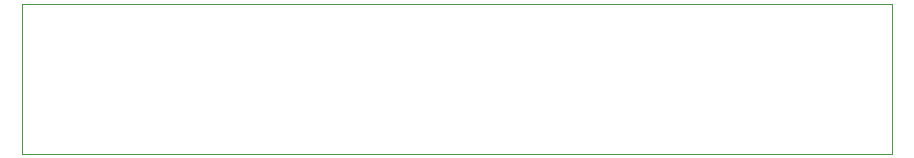
<source format=gbr>
%TF.GenerationSoftware,KiCad,Pcbnew,5.1.7-a382d34a8~88~ubuntu18.04.1*%
%TF.CreationDate,2021-04-14T12:48:07-04:00*%
%TF.ProjectId,Pressure_Switch,50726573-7375-4726-955f-537769746368,rev?*%
%TF.SameCoordinates,Original*%
%TF.FileFunction,Profile,NP*%
%FSLAX46Y46*%
G04 Gerber Fmt 4.6, Leading zero omitted, Abs format (unit mm)*
G04 Created by KiCad (PCBNEW 5.1.7-a382d34a8~88~ubuntu18.04.1) date 2021-04-14 12:48:07*
%MOMM*%
%LPD*%
G01*
G04 APERTURE LIST*
%TA.AperFunction,Profile*%
%ADD10C,0.050000*%
%TD*%
G04 APERTURE END LIST*
D10*
X87630000Y-83820000D02*
X161290000Y-83820000D01*
X87630000Y-96520000D02*
X87630000Y-83820000D01*
X161290000Y-96520000D02*
X87630000Y-96520000D01*
X161290000Y-83820000D02*
X161290000Y-96520000D01*
M02*

</source>
